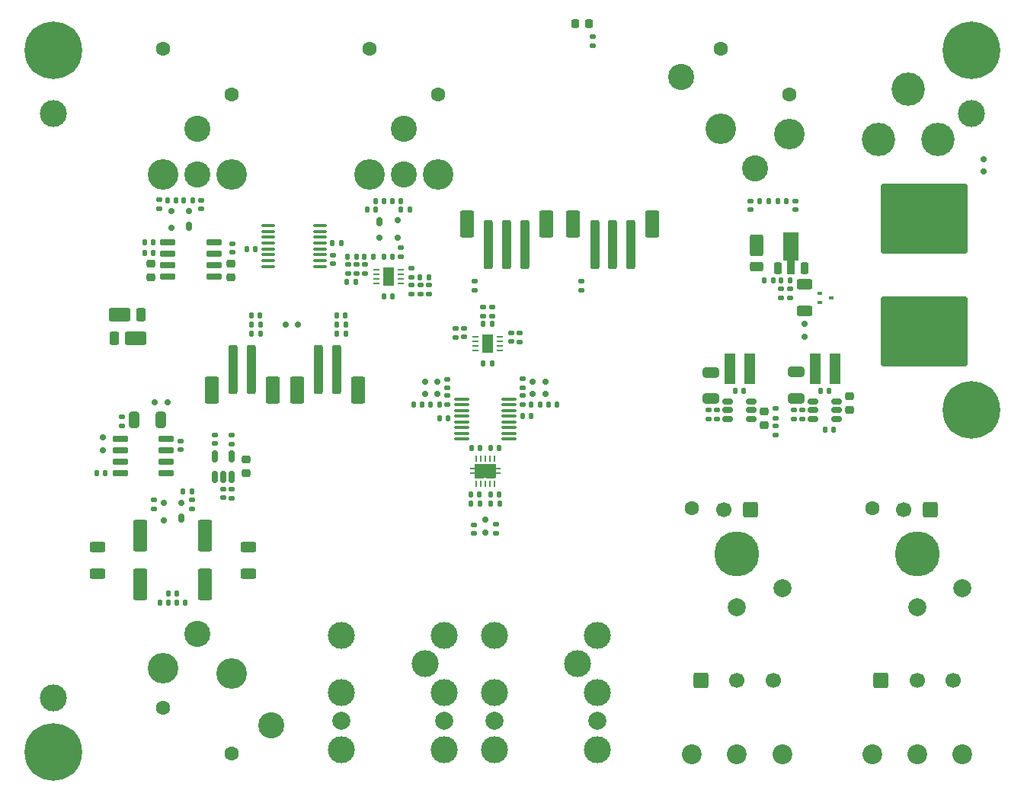
<source format=gbr>
%TF.GenerationSoftware,KiCad,Pcbnew,9.0.3*%
%TF.CreationDate,2025-07-20T02:02:08-05:00*%
%TF.ProjectId,STEVEannouncer,53544556-4561-46e6-9e6f-756e6365722e,rev?*%
%TF.SameCoordinates,PX52f83c0PY90f5600*%
%TF.FileFunction,Soldermask,Top*%
%TF.FilePolarity,Negative*%
%FSLAX46Y46*%
G04 Gerber Fmt 4.6, Leading zero omitted, Abs format (unit mm)*
G04 Created by KiCad (PCBNEW 9.0.3) date 2025-07-20 02:02:08*
%MOMM*%
%LPD*%
G01*
G04 APERTURE LIST*
G04 Aperture macros list*
%AMRoundRect*
0 Rectangle with rounded corners*
0 $1 Rounding radius*
0 $2 $3 $4 $5 $6 $7 $8 $9 X,Y pos of 4 corners*
0 Add a 4 corners polygon primitive as box body*
4,1,4,$2,$3,$4,$5,$6,$7,$8,$9,$2,$3,0*
0 Add four circle primitives for the rounded corners*
1,1,$1+$1,$2,$3*
1,1,$1+$1,$4,$5*
1,1,$1+$1,$6,$7*
1,1,$1+$1,$8,$9*
0 Add four rect primitives between the rounded corners*
20,1,$1+$1,$2,$3,$4,$5,0*
20,1,$1+$1,$4,$5,$6,$7,0*
20,1,$1+$1,$6,$7,$8,$9,0*
20,1,$1+$1,$8,$9,$2,$3,0*%
%AMFreePoly0*
4,1,9,3.862500,-0.866500,0.737500,-0.866500,0.737500,-0.450000,-0.737500,-0.450000,-0.737500,0.450000,0.737500,0.450000,0.737500,0.866500,3.862500,0.866500,3.862500,-0.866500,3.862500,-0.866500,$1*%
G04 Aperture macros list end*
%ADD10RoundRect,0.250000X-0.250000X-2.500000X0.250000X-2.500000X0.250000X2.500000X-0.250000X2.500000X0*%
%ADD11RoundRect,0.250000X-0.550000X-1.250000X0.550000X-1.250000X0.550000X1.250000X-0.550000X1.250000X0*%
%ADD12RoundRect,0.250000X-0.600000X-0.600000X0.600000X-0.600000X0.600000X0.600000X-0.600000X0.600000X0*%
%ADD13C,1.700000*%
%ADD14C,2.200000*%
%ADD15RoundRect,0.135000X0.185000X-0.135000X0.185000X0.135000X-0.185000X0.135000X-0.185000X-0.135000X0*%
%ADD16RoundRect,0.135000X-0.185000X0.135000X-0.185000X-0.135000X0.185000X-0.135000X0.185000X0.135000X0*%
%ADD17C,3.700000*%
%ADD18RoundRect,0.140000X0.140000X0.170000X-0.140000X0.170000X-0.140000X-0.170000X0.140000X-0.170000X0*%
%ADD19RoundRect,0.135000X-0.135000X-0.185000X0.135000X-0.185000X0.135000X0.185000X-0.135000X0.185000X0*%
%ADD20RoundRect,0.100000X0.712500X0.100000X-0.712500X0.100000X-0.712500X-0.100000X0.712500X-0.100000X0*%
%ADD21RoundRect,0.135000X0.135000X0.185000X-0.135000X0.185000X-0.135000X-0.185000X0.135000X-0.185000X0*%
%ADD22C,1.600000*%
%ADD23C,3.400000*%
%ADD24C,2.900000*%
%ADD25RoundRect,0.140000X-0.140000X-0.170000X0.140000X-0.170000X0.140000X0.170000X-0.140000X0.170000X0*%
%ADD26RoundRect,0.250000X-0.650000X0.325000X-0.650000X-0.325000X0.650000X-0.325000X0.650000X0.325000X0*%
%ADD27C,3.600000*%
%ADD28C,6.400000*%
%ADD29RoundRect,0.150000X0.725000X0.150000X-0.725000X0.150000X-0.725000X-0.150000X0.725000X-0.150000X0*%
%ADD30RoundRect,0.250000X0.250000X2.500000X-0.250000X2.500000X-0.250000X-2.500000X0.250000X-2.500000X0*%
%ADD31RoundRect,0.250000X0.550000X1.250000X-0.550000X1.250000X-0.550000X-1.250000X0.550000X-1.250000X0*%
%ADD32RoundRect,0.100000X0.155000X0.100000X-0.155000X0.100000X-0.155000X-0.100000X0.155000X-0.100000X0*%
%ADD33RoundRect,0.150000X-0.200000X0.150000X-0.200000X-0.150000X0.200000X-0.150000X0.200000X0.150000X0*%
%ADD34RoundRect,0.147500X0.172500X-0.147500X0.172500X0.147500X-0.172500X0.147500X-0.172500X-0.147500X0*%
%ADD35RoundRect,0.140000X-0.170000X0.140000X-0.170000X-0.140000X0.170000X-0.140000X0.170000X0.140000X0*%
%ADD36RoundRect,0.250000X0.950000X0.500000X-0.950000X0.500000X-0.950000X-0.500000X0.950000X-0.500000X0*%
%ADD37RoundRect,0.250000X0.275000X0.500000X-0.275000X0.500000X-0.275000X-0.500000X0.275000X-0.500000X0*%
%ADD38RoundRect,0.140000X0.170000X-0.140000X0.170000X0.140000X-0.170000X0.140000X-0.170000X-0.140000X0*%
%ADD39RoundRect,0.225000X-0.250000X0.225000X-0.250000X-0.225000X0.250000X-0.225000X0.250000X0.225000X0*%
%ADD40RoundRect,0.250000X0.550000X-1.500000X0.550000X1.500000X-0.550000X1.500000X-0.550000X-1.500000X0*%
%ADD41RoundRect,0.050000X-0.075000X0.250000X-0.075000X-0.250000X0.075000X-0.250000X0.075000X0.250000X0*%
%ADD42R,1.050000X0.680000*%
%ADD43RoundRect,0.050000X-0.300000X0.075000X-0.300000X-0.075000X0.300000X-0.075000X0.300000X0.075000X0*%
%ADD44R,2.400000X1.650000*%
%ADD45RoundRect,0.150000X0.150000X0.200000X-0.150000X0.200000X-0.150000X-0.200000X0.150000X-0.200000X0*%
%ADD46RoundRect,0.225000X0.250000X-0.225000X0.250000X0.225000X-0.250000X0.225000X-0.250000X-0.225000X0*%
%ADD47RoundRect,0.150000X-0.150000X-0.200000X0.150000X-0.200000X0.150000X0.200000X-0.150000X0.200000X0*%
%ADD48C,3.000000*%
%ADD49R,1.300000X3.500000*%
%ADD50RoundRect,0.250000X-0.950000X-0.500000X0.950000X-0.500000X0.950000X0.500000X-0.950000X0.500000X0*%
%ADD51RoundRect,0.250000X-0.275000X-0.500000X0.275000X-0.500000X0.275000X0.500000X-0.275000X0.500000X0*%
%ADD52RoundRect,0.150000X0.150000X-0.512500X0.150000X0.512500X-0.150000X0.512500X-0.150000X-0.512500X0*%
%ADD53RoundRect,0.147500X-0.147500X-0.172500X0.147500X-0.172500X0.147500X0.172500X-0.147500X0.172500X0*%
%ADD54RoundRect,0.250000X-0.625000X0.312500X-0.625000X-0.312500X0.625000X-0.312500X0.625000X0.312500X0*%
%ADD55RoundRect,0.062500X0.287500X0.062500X-0.287500X0.062500X-0.287500X-0.062500X0.287500X-0.062500X0*%
%ADD56R,1.200000X2.000000*%
%ADD57RoundRect,0.150000X-0.450000X-0.150000X0.450000X-0.150000X0.450000X0.150000X-0.450000X0.150000X0*%
%ADD58RoundRect,0.218750X-0.218750X-0.256250X0.218750X-0.256250X0.218750X0.256250X-0.218750X0.256250X0*%
%ADD59RoundRect,0.175000X-0.175000X-0.325000X0.175000X-0.325000X0.175000X0.325000X-0.175000X0.325000X0*%
%ADD60RoundRect,0.150000X-0.200000X-0.150000X0.200000X-0.150000X0.200000X0.150000X-0.200000X0.150000X0*%
%ADD61RoundRect,0.147500X-0.172500X0.147500X-0.172500X-0.147500X0.172500X-0.147500X0.172500X0.147500X0*%
%ADD62C,2.000000*%
%ADD63RoundRect,0.100000X-0.637500X-0.100000X0.637500X-0.100000X0.637500X0.100000X-0.637500X0.100000X0*%
%ADD64RoundRect,0.250000X-0.325000X-0.650000X0.325000X-0.650000X0.325000X0.650000X-0.325000X0.650000X0*%
%ADD65RoundRect,0.250000X0.500000X-0.950000X0.500000X0.950000X-0.500000X0.950000X-0.500000X-0.950000X0*%
%ADD66RoundRect,0.250000X0.500000X-0.275000X0.500000X0.275000X-0.500000X0.275000X-0.500000X-0.275000X0*%
%ADD67RoundRect,0.225000X0.225000X-0.425000X0.225000X0.425000X-0.225000X0.425000X-0.225000X-0.425000X0*%
%ADD68FreePoly0,90.000000*%
%ADD69RoundRect,0.175000X0.175000X0.325000X-0.175000X0.325000X-0.175000X-0.325000X0.175000X-0.325000X0*%
%ADD70RoundRect,0.150000X0.200000X0.150000X-0.200000X0.150000X-0.200000X-0.150000X0.200000X-0.150000X0*%
%ADD71RoundRect,0.150000X-0.725000X-0.150000X0.725000X-0.150000X0.725000X0.150000X-0.725000X0.150000X0*%
%ADD72RoundRect,0.147500X0.147500X0.172500X-0.147500X0.172500X-0.147500X-0.172500X0.147500X-0.172500X0*%
%ADD73RoundRect,0.249998X-4.550002X3.650002X-4.550002X-3.650002X4.550002X-3.650002X4.550002X3.650002X0*%
%ADD74RoundRect,0.062500X-0.287500X-0.062500X0.287500X-0.062500X0.287500X0.062500X-0.287500X0.062500X0*%
%ADD75C,5.000000*%
%ADD76RoundRect,0.250000X0.600000X0.600000X-0.600000X0.600000X-0.600000X-0.600000X0.600000X-0.600000X0*%
G04 APERTURE END LIST*
D10*
%TO.C,J405*%
X52400000Y60400000D03*
X54400000Y60400000D03*
X56400000Y60400000D03*
D11*
X50000000Y62650000D03*
X58800000Y62650000D03*
%TD*%
D10*
%TO.C,J403*%
X64200000Y60400000D03*
X66200000Y60400000D03*
X68200000Y60400000D03*
D11*
X61800000Y62650000D03*
X70600000Y62650000D03*
%TD*%
D12*
%TO.C,J404*%
X96000000Y12000000D03*
D13*
X100000000Y12000000D03*
X104000000Y12000000D03*
%TD*%
D12*
%TO.C,J402*%
X76000000Y12000000D03*
D13*
X80000000Y12000000D03*
X84000000Y12000000D03*
%TD*%
D14*
%TO.C,RV402*%
X95000000Y3800000D03*
X100000000Y3800000D03*
X105000000Y3800000D03*
%TD*%
%TO.C,RV401*%
X75000000Y3800000D03*
X80000000Y3800000D03*
X85000000Y3800000D03*
%TD*%
D15*
%TO.C,R211*%
X84250000Y39240000D03*
X84250000Y40260000D03*
%TD*%
D16*
%TO.C,R321*%
X23850000Y39260000D03*
X23850000Y38240000D03*
%TD*%
%TO.C,R322*%
X23850000Y33260000D03*
X23850000Y32240000D03*
%TD*%
%TO.C,R410*%
X51810000Y53490000D03*
X51810000Y52470000D03*
%TD*%
D17*
%TO.C,J201*%
X102300000Y72060000D03*
X99000000Y77650000D03*
X95700000Y72060000D03*
%TD*%
D16*
%TO.C,R402*%
X47800000Y43650000D03*
X47800000Y42630000D03*
%TD*%
D18*
%TO.C,C416*%
X85480000Y65250000D03*
X84520000Y65250000D03*
%TD*%
D19*
%TO.C,R203*%
X82990000Y56400000D03*
X84010000Y56400000D03*
%TD*%
D18*
%TO.C,C417*%
X83500000Y65250000D03*
X82540000Y65250000D03*
%TD*%
D20*
%TO.C,U401*%
X54637500Y38777500D03*
X54637500Y39412500D03*
X54637500Y40047500D03*
X54637500Y40682500D03*
X54637500Y41317500D03*
X54637500Y41952500D03*
X54637500Y42587500D03*
X54637500Y43222500D03*
X49362500Y43222500D03*
X49362500Y42587500D03*
X49362500Y41952500D03*
X49362500Y41317500D03*
X49362500Y40682500D03*
X49362500Y40047500D03*
X49362500Y39412500D03*
X49362500Y38777500D03*
%TD*%
D21*
%TO.C,R411*%
X53610000Y31655000D03*
X52590000Y31655000D03*
%TD*%
D22*
%TO.C,J401*%
X85810000Y77110000D03*
X78190000Y82190000D03*
D23*
X78190000Y73300000D03*
X85810000Y72665000D03*
D24*
X82000000Y68850000D03*
X73750000Y79020000D03*
%TD*%
D25*
%TO.C,C322*%
X35040000Y60600000D03*
X36000000Y60600000D03*
%TD*%
%TO.C,C303*%
X15845000Y20600000D03*
X16805000Y20600000D03*
%TD*%
D22*
%TO.C,J306*%
X46810000Y77110000D03*
X39190000Y82190000D03*
D23*
X46810000Y68220000D03*
X39190000Y68220000D03*
D24*
X43000000Y68220000D03*
X43000000Y73300000D03*
%TD*%
D26*
%TO.C,C207*%
X77050000Y46215000D03*
X77050000Y43265000D03*
%TD*%
D27*
%TO.C,H103*%
X106000000Y42000000D03*
D28*
X106000000Y42000000D03*
%TD*%
D18*
%TO.C,C301*%
X26455000Y59925000D03*
X25495000Y59925000D03*
%TD*%
D29*
%TO.C,U304*%
X21875000Y56845000D03*
X21875000Y58115000D03*
X21875000Y59385000D03*
X21875000Y60655000D03*
X16725000Y60655000D03*
X16725000Y59385000D03*
X16725000Y58115000D03*
X16725000Y56845000D03*
%TD*%
D30*
%TO.C,J304*%
X26000000Y46500000D03*
X24000000Y46500000D03*
D31*
X28400000Y44250000D03*
X21600000Y44250000D03*
%TD*%
D15*
%TO.C,R405*%
X55800000Y49600000D03*
X55800000Y50620000D03*
%TD*%
D32*
%TO.C,Q201*%
X89155000Y55000000D03*
X89155000Y54000000D03*
X90445000Y54500000D03*
%TD*%
D26*
%TO.C,C208*%
X86550000Y46235000D03*
X86550000Y43285000D03*
%TD*%
D33*
%TO.C,D203*%
X107400000Y68500000D03*
X107400000Y69900000D03*
%TD*%
D34*
%TO.C,FB302*%
X20400000Y64365000D03*
X20400000Y65335000D03*
%TD*%
D35*
%TO.C,C201*%
X85900000Y55480000D03*
X85900000Y54520000D03*
%TD*%
D36*
%TO.C,D302*%
X11415000Y52580000D03*
D37*
X13790000Y52580000D03*
%TD*%
D15*
%TO.C,R320*%
X42630000Y59020000D03*
X42630000Y60040000D03*
%TD*%
D25*
%TO.C,C314*%
X14170000Y59450000D03*
X15130000Y59450000D03*
%TD*%
D38*
%TO.C,C409*%
X50741552Y28326172D03*
X50741552Y29286172D03*
%TD*%
D19*
%TO.C,R309*%
X25990000Y51500000D03*
X27010000Y51500000D03*
%TD*%
D38*
%TO.C,C406*%
X49690000Y50130000D03*
X49690000Y51090000D03*
%TD*%
D39*
%TO.C,C203*%
X83050000Y41875000D03*
X83050000Y40325000D03*
%TD*%
D18*
%TO.C,C323*%
X36480000Y52500000D03*
X35520000Y52500000D03*
%TD*%
D19*
%TO.C,R311*%
X36630000Y56270000D03*
X37650000Y56270000D03*
%TD*%
D40*
%TO.C,C306*%
X20900000Y22625000D03*
X20900000Y28025000D03*
%TD*%
D41*
%TO.C,U403*%
X53000000Y36630000D03*
X52500000Y36630000D03*
X52000000Y36630000D03*
X51500000Y36630000D03*
X51000000Y36630000D03*
X51000000Y33830000D03*
X51500000Y33830000D03*
X52000000Y33830000D03*
X52500000Y33830000D03*
X53000000Y33830000D03*
D42*
X52635000Y35680000D03*
X51365000Y35680000D03*
D43*
X53350000Y35480000D03*
X50650000Y35480000D03*
D44*
X52000000Y35230000D03*
D43*
X53350000Y34980000D03*
X50650000Y34980000D03*
D42*
X52635000Y34780000D03*
X51365000Y34780000D03*
%TD*%
D27*
%TO.C,H101*%
X4000000Y4000000D03*
D28*
X4000000Y4000000D03*
%TD*%
D22*
%TO.C,J301*%
X16190000Y8890000D03*
X23810000Y3810000D03*
D23*
X23810000Y12700000D03*
X16190000Y13335000D03*
D24*
X20000000Y17150000D03*
X28250000Y6980000D03*
%TD*%
D45*
%TO.C,D403*%
X57300000Y43800000D03*
X58700000Y43800000D03*
%TD*%
D39*
%TO.C,C327*%
X25400000Y36525000D03*
X25400000Y34975000D03*
%TD*%
D46*
%TO.C,C204*%
X92530000Y42000000D03*
X92530000Y43550000D03*
%TD*%
D15*
%TO.C,R209*%
X64000000Y82490000D03*
X64000000Y83510000D03*
%TD*%
D40*
%TO.C,C305*%
X13650000Y22625000D03*
X13650000Y28025000D03*
%TD*%
D25*
%TO.C,C308*%
X40770000Y59060000D03*
X41730000Y59060000D03*
%TD*%
D18*
%TO.C,C404*%
X45000000Y42600000D03*
X44040000Y42600000D03*
%TD*%
D38*
%TO.C,C310*%
X18160000Y37590000D03*
X18160000Y38550000D03*
%TD*%
D21*
%TO.C,R201*%
X85910000Y56400000D03*
X84890000Y56400000D03*
%TD*%
D30*
%TO.C,J303*%
X35500000Y46500000D03*
X33500000Y46500000D03*
D31*
X37900000Y44250000D03*
X31100000Y44250000D03*
%TD*%
D25*
%TO.C,C414*%
X50460000Y37840000D03*
X51420000Y37840000D03*
%TD*%
D15*
%TO.C,R303*%
X15175000Y30990000D03*
X15175000Y32010000D03*
%TD*%
D21*
%TO.C,R319*%
X37746000Y59068500D03*
X36726000Y59068500D03*
%TD*%
D47*
%TO.C,D306*%
X31200000Y51500000D03*
X29800000Y51500000D03*
%TD*%
D48*
%TO.C,FID103*%
X106000000Y75000000D03*
%TD*%
D49*
%TO.C,L202*%
X90850000Y46620000D03*
X88650000Y46620000D03*
%TD*%
D35*
%TO.C,C326*%
X21950000Y39230000D03*
X21950000Y38270000D03*
%TD*%
D50*
%TO.C,D303*%
X13125000Y49950000D03*
D51*
X10750000Y49950000D03*
%TD*%
D33*
%TO.C,D405*%
X51991552Y28416068D03*
X51991552Y29816068D03*
%TD*%
D15*
%TO.C,R205*%
X77730000Y41000000D03*
X77730000Y42020000D03*
%TD*%
D52*
%TO.C,U305*%
X21950000Y34612500D03*
X22900000Y34612500D03*
X23850000Y34612500D03*
X23850000Y36887500D03*
X21950000Y36887500D03*
%TD*%
D45*
%TO.C,D402*%
X45300000Y43800000D03*
X46700000Y43800000D03*
%TD*%
D25*
%TO.C,C413*%
X51800000Y51590000D03*
X52760000Y51590000D03*
%TD*%
D18*
%TO.C,C410*%
X57090000Y41320000D03*
X56130000Y41320000D03*
%TD*%
D53*
%TO.C,FB303*%
X38870000Y64315000D03*
X39840000Y64315000D03*
%TD*%
D35*
%TO.C,C328*%
X23950000Y60480000D03*
X23950000Y59520000D03*
%TD*%
D25*
%TO.C,C315*%
X14170000Y60650000D03*
X15130000Y60650000D03*
%TD*%
D35*
%TO.C,C402*%
X47800000Y45460000D03*
X47800000Y44500000D03*
%TD*%
D34*
%TO.C,FB301*%
X15800000Y64415000D03*
X15800000Y65385000D03*
%TD*%
D54*
%TO.C,R301*%
X8900000Y26787500D03*
X8900000Y23862500D03*
%TD*%
D25*
%TO.C,C403*%
X59020000Y42600000D03*
X59980000Y42600000D03*
%TD*%
D55*
%TO.C,U402*%
X53630000Y48630000D03*
X53630000Y49130000D03*
X53630000Y49630000D03*
X53630000Y50130000D03*
X50930000Y50130000D03*
X50930000Y49630000D03*
X50930000Y49130000D03*
X50930000Y48630000D03*
D56*
X52280000Y49380000D03*
%TD*%
D16*
%TO.C,R413*%
X53241552Y29316172D03*
X53241552Y28296172D03*
%TD*%
D38*
%TO.C,C325*%
X22900000Y32270000D03*
X22900000Y33230000D03*
%TD*%
D57*
%TO.C,U202*%
X88450000Y42950000D03*
X88450000Y42000000D03*
X88450000Y41050000D03*
X91050000Y41050000D03*
X91050000Y42000000D03*
X91050000Y42950000D03*
%TD*%
D16*
%TO.C,R409*%
X52750000Y53490000D03*
X52750000Y52470000D03*
%TD*%
D33*
%TO.C,D304*%
X9500000Y37585000D03*
X9500000Y38985000D03*
%TD*%
D58*
%TO.C,D204*%
X62000000Y85000000D03*
X63575000Y85000000D03*
%TD*%
D59*
%TO.C,D308*%
X40250000Y62902500D03*
D60*
X40250000Y61202500D03*
X42250000Y61202500D03*
X42250000Y63102500D03*
%TD*%
D61*
%TO.C,FB402*%
X81500000Y65235000D03*
X81500000Y64265000D03*
%TD*%
D47*
%TO.C,D401*%
X58700000Y45200000D03*
X57300000Y45200000D03*
%TD*%
D25*
%TO.C,C206*%
X89270000Y44160000D03*
X90230000Y44160000D03*
%TD*%
D38*
%TO.C,C405*%
X54870000Y49630000D03*
X54870000Y50590000D03*
%TD*%
D48*
%TO.C,J407*%
X62300000Y13800000D03*
D62*
X64430000Y7450000D03*
X53000000Y7450000D03*
D48*
X64430000Y10600000D03*
X53000000Y10600000D03*
X64430000Y4250000D03*
X53000000Y4250000D03*
X64430000Y16950000D03*
X53000000Y16950000D03*
%TD*%
D27*
%TO.C,H102*%
X4000000Y82000000D03*
D28*
X4000000Y82000000D03*
%TD*%
D16*
%TO.C,R401*%
X56200000Y43610000D03*
X56200000Y42590000D03*
%TD*%
D63*
%TO.C,U301*%
X27887500Y62525000D03*
X27887500Y61875000D03*
X27887500Y61225000D03*
X27887500Y60575000D03*
X27887500Y59925000D03*
X27887500Y59275000D03*
X27887500Y58625000D03*
X27887500Y57975000D03*
X33612500Y57975000D03*
X33612500Y58625000D03*
X33612500Y59275000D03*
X33612500Y59925000D03*
X33612500Y60575000D03*
X33612500Y61225000D03*
X33612500Y61875000D03*
X33612500Y62525000D03*
%TD*%
D48*
%TO.C,J406*%
X45300000Y13800000D03*
D62*
X47430000Y7450000D03*
X36000000Y7450000D03*
D48*
X47430000Y10600000D03*
X36000000Y10600000D03*
X47430000Y4250000D03*
X36000000Y4250000D03*
X47430000Y16950000D03*
X36000000Y16950000D03*
%TD*%
D19*
%TO.C,R307*%
X35490000Y50500000D03*
X36510000Y50500000D03*
%TD*%
D15*
%TO.C,R208*%
X86290000Y41020000D03*
X86290000Y42040000D03*
%TD*%
D35*
%TO.C,C329*%
X35100000Y59230000D03*
X35100000Y58270000D03*
%TD*%
D21*
%TO.C,R404*%
X46910000Y42600000D03*
X45890000Y42600000D03*
%TD*%
D54*
%TO.C,R302*%
X25675000Y26787500D03*
X25675000Y23862500D03*
%TD*%
D22*
%TO.C,J307*%
X23810000Y77110000D03*
X16190000Y82190000D03*
D23*
X23810000Y68220000D03*
X16190000Y68220000D03*
D24*
X20000000Y68220000D03*
X20000000Y73300000D03*
%TD*%
D19*
%TO.C,R403*%
X57100000Y42600000D03*
X58120000Y42600000D03*
%TD*%
D18*
%TO.C,C324*%
X26980000Y52500000D03*
X26020000Y52500000D03*
%TD*%
D48*
%TO.C,FID102*%
X4000000Y75000000D03*
%TD*%
D19*
%TO.C,R308*%
X26000000Y50500000D03*
X27020000Y50500000D03*
%TD*%
D27*
%TO.C,H104*%
X106000000Y82000000D03*
D28*
X106000000Y82000000D03*
%TD*%
D33*
%TO.C,D202*%
X87500000Y50200000D03*
X87500000Y51600000D03*
%TD*%
D16*
%TO.C,R304*%
X19400000Y32010000D03*
X19400000Y30990000D03*
%TD*%
D25*
%TO.C,C304*%
X17745000Y20600000D03*
X18705000Y20600000D03*
%TD*%
D15*
%TO.C,R206*%
X87230000Y41020000D03*
X87230000Y42040000D03*
%TD*%
D21*
%TO.C,R312*%
X45760000Y56790000D03*
X44740000Y56790000D03*
%TD*%
D25*
%TO.C,C302*%
X16795000Y21600000D03*
X17755000Y21600000D03*
%TD*%
D19*
%TO.C,R310*%
X35490000Y51500000D03*
X36510000Y51500000D03*
%TD*%
D25*
%TO.C,C412*%
X51800000Y47170000D03*
X52760000Y47170000D03*
%TD*%
D18*
%TO.C,C312*%
X39556000Y59058500D03*
X38596000Y59058500D03*
%TD*%
D15*
%TO.C,R207*%
X76790000Y41000000D03*
X76790000Y42020000D03*
%TD*%
D25*
%TO.C,C318*%
X16700000Y65350000D03*
X17660000Y65350000D03*
%TD*%
D64*
%TO.C,C307*%
X13025000Y40950000D03*
X15975000Y40950000D03*
%TD*%
D35*
%TO.C,C401*%
X56200000Y45480000D03*
X56200000Y44520000D03*
%TD*%
D25*
%TO.C,C205*%
X79770000Y44160000D03*
X80730000Y44160000D03*
%TD*%
%TO.C,C320*%
X39840000Y65240000D03*
X40800000Y65240000D03*
%TD*%
D15*
%TO.C,R408*%
X50850000Y55340000D03*
X50850000Y56360000D03*
%TD*%
D19*
%TO.C,R305*%
X18440000Y32950000D03*
X19460000Y32950000D03*
%TD*%
D15*
%TO.C,R318*%
X44790000Y54880000D03*
X44790000Y55900000D03*
%TD*%
D65*
%TO.C,D201*%
X82200000Y60350000D03*
D66*
X82200000Y57975000D03*
%TD*%
D61*
%TO.C,FB401*%
X86500000Y65235000D03*
X86500000Y64265000D03*
%TD*%
D18*
%TO.C,C309*%
X41730000Y54640000D03*
X40770000Y54640000D03*
%TD*%
D25*
%TO.C,C408*%
X50425620Y32605000D03*
X51385620Y32605000D03*
%TD*%
D67*
%TO.C,Q202*%
X84500000Y57800000D03*
D68*
X86000000Y57887500D03*
D67*
X87500000Y57800000D03*
%TD*%
D25*
%TO.C,C415*%
X52580000Y37840000D03*
X53540000Y37840000D03*
%TD*%
D35*
%TO.C,C313*%
X45720000Y55890000D03*
X45720000Y54930000D03*
%TD*%
D57*
%TO.C,U201*%
X78950000Y42950000D03*
X78950000Y42000000D03*
X78950000Y41050000D03*
X81550000Y41050000D03*
X81550000Y42000000D03*
X81550000Y42950000D03*
%TD*%
D25*
%TO.C,C319*%
X18520000Y65350000D03*
X19480000Y65350000D03*
%TD*%
D19*
%TO.C,R412*%
X50395620Y31655000D03*
X51415620Y31655000D03*
%TD*%
D47*
%TO.C,D404*%
X46700000Y45200000D03*
X45300000Y45200000D03*
%TD*%
D18*
%TO.C,C407*%
X53580000Y32605000D03*
X52620000Y32605000D03*
%TD*%
D16*
%TO.C,R306*%
X11600000Y41260000D03*
X11600000Y40240000D03*
%TD*%
D54*
%TO.C,R204*%
X87500000Y55962500D03*
X87500000Y53037500D03*
%TD*%
D69*
%TO.C,D301*%
X18275000Y29975000D03*
D70*
X18275000Y31675000D03*
X16275000Y31675000D03*
X16275000Y29775000D03*
%TD*%
D39*
%TO.C,C316*%
X14850000Y58275000D03*
X14850000Y56725000D03*
%TD*%
D49*
%TO.C,L201*%
X81387500Y46620000D03*
X79187500Y46620000D03*
%TD*%
D25*
%TO.C,C321*%
X41700000Y65240000D03*
X42660000Y65240000D03*
%TD*%
D45*
%TO.C,D305*%
X15300000Y42850000D03*
X16700000Y42850000D03*
%TD*%
D69*
%TO.C,D307*%
X19100000Y62437500D03*
D70*
X19100000Y64137500D03*
X17100000Y64137500D03*
X17100000Y62237500D03*
%TD*%
D18*
%TO.C,C411*%
X47870000Y41120000D03*
X46910000Y41120000D03*
%TD*%
D16*
%TO.C,R313*%
X38636000Y58178500D03*
X38636000Y57158500D03*
%TD*%
D15*
%TO.C,R314*%
X43850000Y54880000D03*
X43850000Y55900000D03*
%TD*%
D71*
%TO.C,U303*%
X11425000Y38855000D03*
X11425000Y37585000D03*
X11425000Y36315000D03*
X11425000Y35045000D03*
X16575000Y35045000D03*
X16575000Y36315000D03*
X16575000Y37585000D03*
X16575000Y38855000D03*
%TD*%
D25*
%TO.C,C209*%
X89760000Y39840000D03*
X90720000Y39840000D03*
%TD*%
D15*
%TO.C,R407*%
X62700000Y55340000D03*
X62700000Y56360000D03*
%TD*%
D16*
%TO.C,R317*%
X43850000Y57760000D03*
X43850000Y56740000D03*
%TD*%
D72*
%TO.C,FB304*%
X43630000Y64315000D03*
X42660000Y64315000D03*
%TD*%
D73*
%TO.C,C202*%
X100800000Y63250000D03*
X100800000Y50750000D03*
%TD*%
D16*
%TO.C,R202*%
X84900000Y55510000D03*
X84900000Y54490000D03*
%TD*%
D15*
%TO.C,R210*%
X84250000Y41140000D03*
X84250000Y42160000D03*
%TD*%
D18*
%TO.C,C311*%
X9780000Y35045000D03*
X8820000Y35045000D03*
%TD*%
D16*
%TO.C,R316*%
X37696000Y58178500D03*
X37696000Y57158500D03*
%TD*%
D74*
%TO.C,U302*%
X39900000Y57600000D03*
X39900000Y57100000D03*
X39900000Y56600000D03*
X39900000Y56100000D03*
X42600000Y56100000D03*
X42600000Y56600000D03*
X42600000Y57100000D03*
X42600000Y57600000D03*
D56*
X41250000Y56850000D03*
%TD*%
D48*
%TO.C,FID101*%
X4000000Y10000000D03*
%TD*%
D16*
%TO.C,R315*%
X36756000Y58178500D03*
X36756000Y57158500D03*
%TD*%
D39*
%TO.C,C317*%
X23750000Y58275000D03*
X23750000Y56725000D03*
%TD*%
D16*
%TO.C,R406*%
X48760000Y51120000D03*
X48760000Y50100000D03*
%TD*%
D75*
%TO.C,SW302*%
X100000000Y26000000D03*
D22*
X95000000Y31150000D03*
D62*
X105000000Y22200000D03*
X100000000Y20100000D03*
%TD*%
D75*
%TO.C,SW301*%
X80000000Y26000000D03*
D22*
X75000000Y31150000D03*
D62*
X85000000Y22200000D03*
X80000000Y20100000D03*
%TD*%
D76*
%TO.C,J305*%
X101500000Y30930000D03*
D13*
X98500000Y30930000D03*
%TD*%
D76*
%TO.C,J302*%
X81500000Y30900000D03*
D13*
X78500000Y30900000D03*
%TD*%
M02*

</source>
